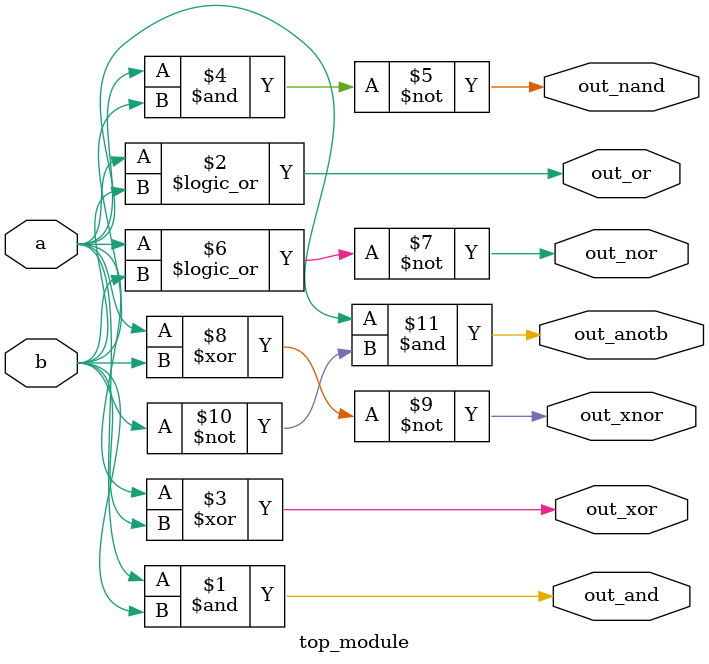
<source format=v>
module top_module( 
    input a, b,
    output out_and,
    output out_or,
    output out_xor,
    output out_nand,
    output out_nor,
    output out_xnor,
    output out_anotb
);
assign out_and=a&b;
    assign out_or=a||b;
    assign out_xor=a^b;
    assign out_nand=~(a&b);
    assign out_nor=~(a||b);
    assign out_xnor=~(a^b);
    assign out_anotb=(a&~b);
endmodule
</source>
